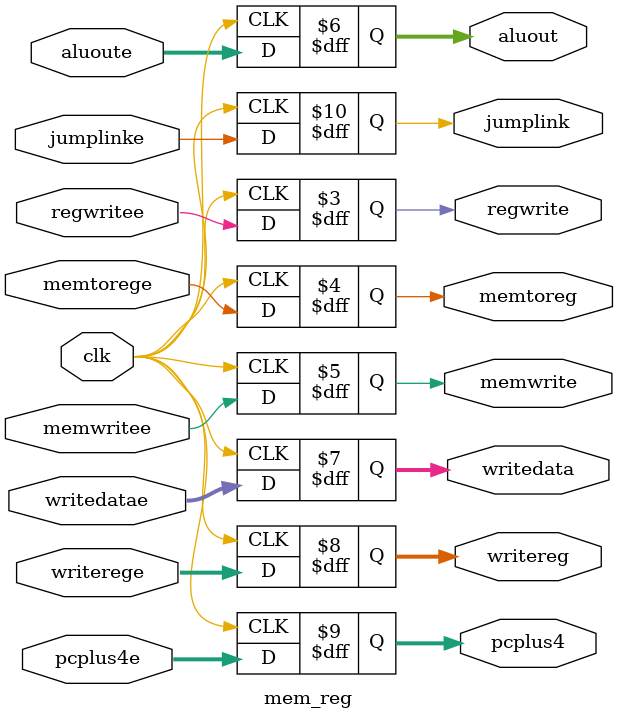
<source format=v>
module mem_reg(
input clk,
input[31:0] aluoute,writedatae,
input regwritee,memtorege,memwritee,
input [4:0] writerege,
input [31:0] pcplus4e,
input jumplinke,
output reg regwrite,memtoreg,memwrite,
output reg [31:0] aluout, writedata,
output reg [4:0] writereg,
output reg [31:0] pcplus4,
output reg jumplink
);



initial begin
	aluout <= 0;
	writereg <= 0;
	regwrite <= 0;
	memtoreg <= 0;
	memwrite <= 0;
	writereg <= 0;
	pcplus4 <= 0;
	jumplink <= 0;
end

//Assign:
// assign regwritem <= regwrite;
// assign memtoregm <= memtoreg;
// assign memwritem <= memwrite;
// assign aluoutm <= aluout;
// assign writedatam <= writedata;
// assign writeregm <= writereg;
// assign pcplus4m <= pcplus4;
// assign jumplinkm <= jumplink;

always @(posedge clk) begin
		 regwrite <= regwritee;
		 memtoreg <= memtorege;
		 memwrite <= memwritee;
		 aluout <= aluoute;
		 writedata <= writedatae;
		 writereg <= writerege;
		pcplus4 <= pcplus4e;
		jumplink <= jumplinke;
end
endmodule

</source>
